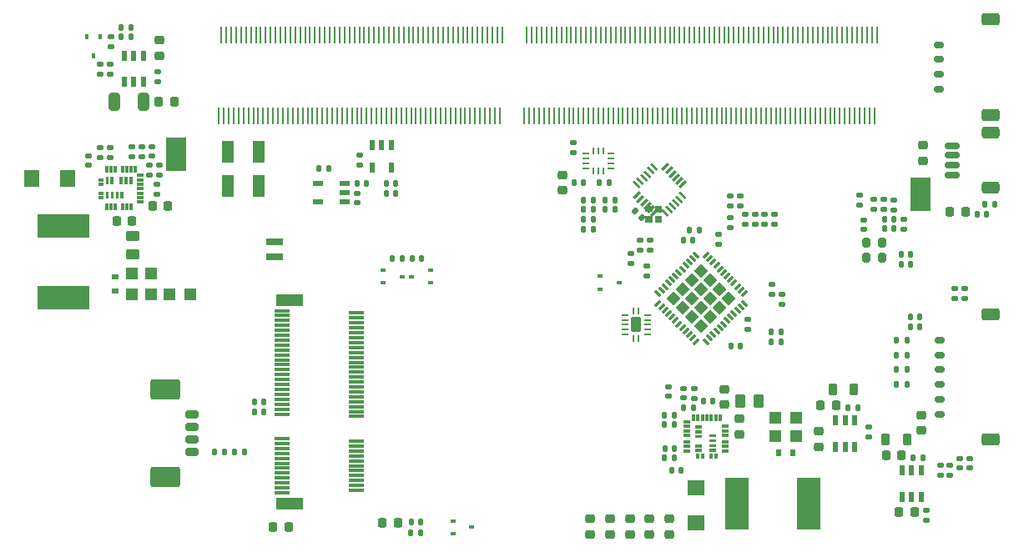
<source format=gtp>
G04 #@! TF.GenerationSoftware,KiCad,Pcbnew,(6.0.8-1)-1*
G04 #@! TF.CreationDate,2022-10-18T17:53:05-07:00*
G04 #@! TF.ProjectId,CRMHJN_capable_carrier,43524d48-4a4e-45f6-9361-7061626c655f,rev?*
G04 #@! TF.SameCoordinates,Original*
G04 #@! TF.FileFunction,Paste,Top*
G04 #@! TF.FilePolarity,Positive*
%FSLAX46Y46*%
G04 Gerber Fmt 4.6, Leading zero omitted, Abs format (unit mm)*
G04 Created by KiCad (PCBNEW (6.0.8-1)-1) date 2022-10-18 17:53:05*
%MOMM*%
%LPD*%
G01*
G04 APERTURE LIST*
G04 Aperture macros list*
%AMRoundRect*
0 Rectangle with rounded corners*
0 $1 Rounding radius*
0 $2 $3 $4 $5 $6 $7 $8 $9 X,Y pos of 4 corners*
0 Add a 4 corners polygon primitive as box body*
4,1,4,$2,$3,$4,$5,$6,$7,$8,$9,$2,$3,0*
0 Add four circle primitives for the rounded corners*
1,1,$1+$1,$2,$3*
1,1,$1+$1,$4,$5*
1,1,$1+$1,$6,$7*
1,1,$1+$1,$8,$9*
0 Add four rect primitives between the rounded corners*
20,1,$1+$1,$2,$3,$4,$5,0*
20,1,$1+$1,$4,$5,$6,$7,0*
20,1,$1+$1,$6,$7,$8,$9,0*
20,1,$1+$1,$8,$9,$2,$3,0*%
%AMRotRect*
0 Rectangle, with rotation*
0 The origin of the aperture is its center*
0 $1 length*
0 $2 width*
0 $3 Rotation angle, in degrees counterclockwise*
0 Add horizontal line*
21,1,$1,$2,0,0,$3*%
G04 Aperture macros list end*
%ADD10RoundRect,0.135000X-0.185000X0.135000X-0.185000X-0.135000X0.185000X-0.135000X0.185000X0.135000X0*%
%ADD11RoundRect,0.218750X0.256250X-0.218750X0.256250X0.218750X-0.256250X0.218750X-0.256250X-0.218750X0*%
%ADD12RoundRect,0.135000X0.135000X0.185000X-0.135000X0.185000X-0.135000X-0.185000X0.135000X-0.185000X0*%
%ADD13RoundRect,0.135000X0.185000X-0.135000X0.185000X0.135000X-0.185000X0.135000X-0.185000X-0.135000X0*%
%ADD14RoundRect,0.218750X-0.218750X-0.256250X0.218750X-0.256250X0.218750X0.256250X-0.218750X0.256250X0*%
%ADD15RoundRect,0.140000X-0.140000X-0.170000X0.140000X-0.170000X0.140000X0.170000X-0.140000X0.170000X0*%
%ADD16RoundRect,0.147500X0.172500X-0.147500X0.172500X0.147500X-0.172500X0.147500X-0.172500X-0.147500X0*%
%ADD17RoundRect,0.135000X-0.135000X-0.185000X0.135000X-0.185000X0.135000X0.185000X-0.135000X0.185000X0*%
%ADD18RoundRect,0.218750X0.218750X0.381250X-0.218750X0.381250X-0.218750X-0.381250X0.218750X-0.381250X0*%
%ADD19RoundRect,0.147500X-0.147500X-0.172500X0.147500X-0.172500X0.147500X0.172500X-0.147500X0.172500X0*%
%ADD20RoundRect,0.225000X0.250000X-0.225000X0.250000X0.225000X-0.250000X0.225000X-0.250000X-0.225000X0*%
%ADD21R,0.300000X0.550000*%
%ADD22R,0.725000X0.300000*%
%ADD23R,0.300000X0.725000*%
%ADD24R,0.400000X0.500000*%
%ADD25R,0.550000X0.300000*%
%ADD26RoundRect,0.147500X0.147500X0.172500X-0.147500X0.172500X-0.147500X-0.172500X0.147500X-0.172500X0*%
%ADD27RoundRect,0.225000X-0.225000X-0.250000X0.225000X-0.250000X0.225000X0.250000X-0.225000X0.250000X0*%
%ADD28R,0.800000X0.600000*%
%ADD29R,1.200000X1.200000*%
%ADD30R,0.550000X1.000000*%
%ADD31RoundRect,0.200000X-0.450000X0.200000X-0.450000X-0.200000X0.450000X-0.200000X0.450000X0.200000X0*%
%ADD32RoundRect,0.250001X-1.249999X0.799999X-1.249999X-0.799999X1.249999X-0.799999X1.249999X0.799999X0*%
%ADD33R,1.500000X1.800000*%
%ADD34RoundRect,0.140000X0.170000X-0.140000X0.170000X0.140000X-0.170000X0.140000X-0.170000X-0.140000X0*%
%ADD35RotRect,0.900000X0.240000X135.000000*%
%ADD36RotRect,0.240000X0.900000X135.000000*%
%ADD37RoundRect,0.250000X-0.450000X0.262500X-0.450000X-0.262500X0.450000X-0.262500X0.450000X0.262500X0*%
%ADD38RoundRect,0.225000X0.225000X0.250000X-0.225000X0.250000X-0.225000X-0.250000X0.225000X-0.250000X0*%
%ADD39RoundRect,0.250000X-0.325000X-0.650000X0.325000X-0.650000X0.325000X0.650000X-0.325000X0.650000X0*%
%ADD40R,1.800000X0.750000*%
%ADD41RoundRect,0.200000X-0.200000X-0.275000X0.200000X-0.275000X0.200000X0.275000X-0.200000X0.275000X0*%
%ADD42RoundRect,0.250000X-0.262500X-0.450000X0.262500X-0.450000X0.262500X0.450000X-0.262500X0.450000X0*%
%ADD43RoundRect,0.147500X-0.172500X0.147500X-0.172500X-0.147500X0.172500X-0.147500X0.172500X0.147500X0*%
%ADD44RoundRect,0.140000X-0.170000X0.140000X-0.170000X-0.140000X0.170000X-0.140000X0.170000X0.140000X0*%
%ADD45R,5.335000X2.413000*%
%ADD46RoundRect,0.050000X0.075000X0.250000X-0.075000X0.250000X-0.075000X-0.250000X0.075000X-0.250000X0*%
%ADD47RoundRect,0.050000X0.250000X-0.075000X0.250000X0.075000X-0.250000X0.075000X-0.250000X-0.075000X0*%
%ADD48RoundRect,0.050000X-0.450000X-0.700000X0.450000X-0.700000X0.450000X0.700000X-0.450000X0.700000X0*%
%ADD49RoundRect,0.225000X-0.250000X0.225000X-0.250000X-0.225000X0.250000X-0.225000X0.250000X0.225000X0*%
%ADD50RoundRect,0.140000X0.140000X0.170000X-0.140000X0.170000X-0.140000X-0.170000X0.140000X-0.170000X0*%
%ADD51RoundRect,0.218750X-0.218750X-0.381250X0.218750X-0.381250X0.218750X0.381250X-0.218750X0.381250X0*%
%ADD52RoundRect,0.218750X0.218750X0.256250X-0.218750X0.256250X-0.218750X-0.256250X0.218750X-0.256250X0*%
%ADD53R,2.413000X5.335000*%
%ADD54R,1.000000X0.550000*%
%ADD55RoundRect,0.250000X-0.403051X0.000000X0.000000X-0.403051X0.403051X0.000000X0.000000X0.403051X0*%
%ADD56RoundRect,0.062500X-0.282843X0.194454X0.194454X-0.282843X0.282843X-0.194454X-0.194454X0.282843X0*%
%ADD57RoundRect,0.062500X-0.282843X-0.194454X-0.194454X-0.282843X0.282843X0.194454X0.194454X0.282843X0*%
%ADD58R,0.500000X0.400000*%
%ADD59RoundRect,0.150000X0.625000X-0.150000X0.625000X0.150000X-0.625000X0.150000X-0.625000X-0.150000X0*%
%ADD60RoundRect,0.250000X0.650000X-0.350000X0.650000X0.350000X-0.650000X0.350000X-0.650000X-0.350000X0*%
%ADD61RoundRect,0.147500X-0.226274X-0.017678X-0.017678X-0.226274X0.226274X0.017678X0.017678X0.226274X0*%
%ADD62R,0.210000X1.660000*%
%ADD63R,2.000000X3.500000*%
%ADD64R,0.600000X0.800000*%
%ADD65R,1.200000X2.200000*%
%ADD66R,1.550000X0.300000*%
%ADD67R,2.750000X1.200000*%
%ADD68RoundRect,0.218750X-0.256250X0.218750X-0.256250X-0.218750X0.256250X-0.218750X0.256250X0.218750X0*%
%ADD69RoundRect,0.150000X0.350000X-0.150000X0.350000X0.150000X-0.350000X0.150000X-0.350000X-0.150000X0*%
%ADD70RoundRect,0.250000X0.650000X-0.375000X0.650000X0.375000X-0.650000X0.375000X-0.650000X-0.375000X0*%
%ADD71R,0.600000X1.000000*%
%ADD72R,0.675000X0.250000*%
%ADD73R,0.250000X0.675000*%
%ADD74R,1.800000X1.500000*%
G04 APERTURE END LIST*
G36*
X21550000Y-28200000D02*
G01*
X21250000Y-28200000D01*
X21250000Y-28900000D01*
X21550000Y-28900000D01*
X21550000Y-28200000D01*
G37*
G36*
X74600000Y-31100000D02*
G01*
X75300000Y-31100000D01*
X75300000Y-31750000D01*
X74600000Y-31750000D01*
X74600000Y-31100000D01*
G37*
G36*
X20600000Y-28200000D02*
G01*
X20300000Y-28200000D01*
X20300000Y-28900000D01*
X20600000Y-28900000D01*
X20600000Y-28200000D01*
G37*
G36*
X22550000Y-28200000D02*
G01*
X22250000Y-28200000D01*
X22250000Y-28900000D01*
X22550000Y-28900000D01*
X22550000Y-28200000D01*
G37*
G36*
X81100000Y-55800000D02*
G01*
X81800000Y-55800000D01*
X81800000Y-56100000D01*
X81100000Y-56100000D01*
X81100000Y-55800000D01*
G37*
G36*
X79650000Y-54400000D02*
G01*
X80350000Y-54400000D01*
X80350000Y-54700000D01*
X79650000Y-54700000D01*
X79650000Y-54400000D01*
G37*
G36*
X79650000Y-55800000D02*
G01*
X80350000Y-55800000D01*
X80350000Y-56100000D01*
X79650000Y-56100000D01*
X79650000Y-55800000D01*
G37*
G36*
X20150000Y-28200000D02*
G01*
X19850000Y-28200000D01*
X19850000Y-28900000D01*
X20150000Y-28900000D01*
X20150000Y-28200000D01*
G37*
G36*
X79650000Y-55350000D02*
G01*
X80350000Y-55350000D01*
X80350000Y-55650000D01*
X79650000Y-55650000D01*
X79650000Y-55350000D01*
G37*
G36*
X81100000Y-54300000D02*
G01*
X81800000Y-54300000D01*
X81800000Y-54600000D01*
X81100000Y-54600000D01*
X81100000Y-54300000D01*
G37*
G36*
X21650000Y-29650000D02*
G01*
X21350000Y-29650000D01*
X21350000Y-30350000D01*
X21650000Y-30350000D01*
X21650000Y-29650000D01*
G37*
G36*
X20650000Y-29650000D02*
G01*
X20350000Y-29650000D01*
X20350000Y-30350000D01*
X20650000Y-30350000D01*
X20650000Y-29650000D01*
G37*
G36*
X20150000Y-29650000D02*
G01*
X19850000Y-29650000D01*
X19850000Y-30350000D01*
X20150000Y-30350000D01*
X20150000Y-29650000D01*
G37*
G36*
X79650000Y-53400000D02*
G01*
X80350000Y-53400000D01*
X80350000Y-53700000D01*
X79650000Y-53700000D01*
X79650000Y-53400000D01*
G37*
G36*
X79650000Y-53900000D02*
G01*
X80350000Y-53900000D01*
X80350000Y-54200000D01*
X79650000Y-54200000D01*
X79650000Y-53900000D01*
G37*
G36*
X81100000Y-54800000D02*
G01*
X81800000Y-54800000D01*
X81800000Y-55100000D01*
X81100000Y-55100000D01*
X81100000Y-54800000D01*
G37*
G36*
X21150000Y-29650000D02*
G01*
X20850000Y-29650000D01*
X20850000Y-30350000D01*
X21150000Y-30350000D01*
X21150000Y-29650000D01*
G37*
G36*
X81100000Y-55300000D02*
G01*
X81800000Y-55300000D01*
X81800000Y-55600000D01*
X81100000Y-55600000D01*
X81100000Y-55300000D01*
G37*
G36*
X75600000Y-32175000D02*
G01*
X76300000Y-32175000D01*
X76300000Y-32825000D01*
X75600000Y-32825000D01*
X75600000Y-32175000D01*
G37*
G36*
X74600000Y-32150000D02*
G01*
X75300000Y-32150000D01*
X75300000Y-32800000D01*
X74600000Y-32800000D01*
X74600000Y-32150000D01*
G37*
G36*
X22050000Y-28200000D02*
G01*
X21750000Y-28200000D01*
X21750000Y-28900000D01*
X22050000Y-28900000D01*
X22050000Y-28200000D01*
G37*
G36*
X75600000Y-31125000D02*
G01*
X76300000Y-31125000D01*
X76300000Y-31775000D01*
X75600000Y-31775000D01*
X75600000Y-31125000D01*
G37*
D10*
G04 #@! TO.C,R37*
X20300000Y-16740000D03*
X20300000Y-17760000D03*
G04 #@! TD*
D11*
G04 #@! TO.C,NVME1*
X69000000Y-64487500D03*
X69000000Y-62912500D03*
G04 #@! TD*
D12*
G04 #@! TO.C,R122*
X80085000Y-33600000D03*
X79065000Y-33600000D03*
G04 #@! TD*
D13*
G04 #@! TO.C,R118*
X98750000Y-31505000D03*
X98750000Y-30485000D03*
G04 #@! TD*
D14*
G04 #@! TO.C,F2*
X36812500Y-63700000D03*
X38387500Y-63700000D03*
G04 #@! TD*
D12*
G04 #@! TO.C,R164*
X101110000Y-44750000D03*
X100090000Y-44750000D03*
G04 #@! TD*
D15*
G04 #@! TO.C,C67*
X78420000Y-34560000D03*
X79380000Y-34560000D03*
G04 #@! TD*
D16*
G04 #@! TO.C,R18*
X96785000Y-33530000D03*
X96785000Y-32560000D03*
G04 #@! TD*
D17*
G04 #@! TO.C,R58*
X76540000Y-56725000D03*
X77560000Y-56725000D03*
G04 #@! TD*
D13*
G04 #@! TO.C,R49*
X103100000Y-63010000D03*
X103100000Y-61990000D03*
G04 #@! TD*
D17*
G04 #@! TO.C,R137*
X50785000Y-64295000D03*
X51805000Y-64295000D03*
G04 #@! TD*
D13*
G04 #@! TO.C,R106*
X99760000Y-31510000D03*
X99760000Y-30490000D03*
G04 #@! TD*
D18*
G04 #@! TO.C,L7*
X101112500Y-54800000D03*
X98987500Y-54800000D03*
G04 #@! TD*
D12*
G04 #@! TO.C,R50*
X96120000Y-51640000D03*
X95100000Y-51640000D03*
G04 #@! TD*
D19*
G04 #@! TO.C,R29*
X101465000Y-42400000D03*
X102435000Y-42400000D03*
G04 #@! TD*
D20*
G04 #@! TO.C,C43*
X82650000Y-51300000D03*
X82650000Y-49750000D03*
G04 #@! TD*
D21*
G04 #@! TO.C,U2*
X79925000Y-56550000D03*
X80375000Y-56550000D03*
X81275000Y-56550000D03*
X81725000Y-56550000D03*
D22*
X82687500Y-56000000D03*
X82687500Y-55550000D03*
X82687500Y-55100000D03*
X82687500Y-54400000D03*
X82687500Y-53950000D03*
X82687500Y-53500000D03*
D23*
X82175000Y-52587500D03*
X81725000Y-52587500D03*
X81275000Y-52587500D03*
X80825000Y-52587500D03*
X80375000Y-52587500D03*
X79925000Y-52587500D03*
X79475000Y-52587500D03*
D22*
X78812500Y-53050000D03*
X78812500Y-53500000D03*
X78812500Y-53950000D03*
X78812500Y-54400000D03*
X78812500Y-55100000D03*
X78812500Y-55550000D03*
X78812500Y-56000000D03*
G04 #@! TD*
D24*
G04 #@! TO.C,Q4*
X19250000Y-13950000D03*
X17950000Y-13950000D03*
X18600000Y-15850000D03*
G04 #@! TD*
D17*
G04 #@! TO.C,R62*
X78440000Y-51625000D03*
X79460000Y-51625000D03*
G04 #@! TD*
D25*
G04 #@! TO.C,U1*
X19375000Y-28475000D03*
X19375000Y-28925000D03*
X19375000Y-29825000D03*
X19375000Y-30275000D03*
D23*
X19925000Y-31237500D03*
X20375000Y-31237500D03*
X20825000Y-31237500D03*
X21525000Y-31237500D03*
X21975000Y-31237500D03*
X22425000Y-31237500D03*
D22*
X23337500Y-30725000D03*
X23337500Y-30275000D03*
X23337500Y-29825000D03*
X23337500Y-29375000D03*
X23337500Y-28925000D03*
X23337500Y-28475000D03*
X23337500Y-28025000D03*
D23*
X22875000Y-27362500D03*
X22425000Y-27362500D03*
X21975000Y-27362500D03*
X21525000Y-27362500D03*
X20825000Y-27362500D03*
X20375000Y-27362500D03*
X19925000Y-27362500D03*
G04 #@! TD*
D17*
G04 #@! TO.C,R100*
X21395000Y-12995000D03*
X22415000Y-12995000D03*
G04 #@! TD*
D19*
G04 #@! TO.C,R34*
X68320214Y-31499293D03*
X69290214Y-31499293D03*
G04 #@! TD*
D26*
G04 #@! TO.C,R102*
X109235000Y-31950000D03*
X108265000Y-31950000D03*
G04 #@! TD*
D11*
G04 #@! TO.C,D7*
X77000000Y-64487500D03*
X77000000Y-62912500D03*
G04 #@! TD*
D13*
G04 #@! TO.C,R121*
X83225000Y-33335000D03*
X83225000Y-32315000D03*
G04 #@! TD*
D10*
G04 #@! TO.C,R158*
X74750000Y-37190000D03*
X74750000Y-38210000D03*
G04 #@! TD*
D13*
G04 #@! TO.C,R39*
X25080000Y-18475000D03*
X25080000Y-17455000D03*
G04 #@! TD*
D27*
G04 #@! TO.C,C35*
X100325000Y-62200000D03*
X101875000Y-62200000D03*
G04 #@! TD*
D28*
G04 #@! TO.C,C81*
X20766600Y-39743990D03*
X20766600Y-38343990D03*
G04 #@! TD*
D29*
G04 #@! TO.C,C64*
X24416600Y-40068990D03*
X24416600Y-37968990D03*
G04 #@! TD*
D30*
G04 #@! TO.C,IC2*
X93900000Y-55600000D03*
X94850000Y-55600000D03*
X95800000Y-55600000D03*
X95800000Y-52900000D03*
X94850000Y-52900000D03*
X93900000Y-52900000D03*
G04 #@! TD*
D19*
G04 #@! TO.C,R5*
X50915000Y-36450000D03*
X51885000Y-36450000D03*
G04 #@! TD*
D12*
G04 #@! TO.C,R166*
X101110000Y-47750000D03*
X100090000Y-47750000D03*
G04 #@! TD*
D13*
G04 #@! TO.C,R143*
X84250000Y-31135000D03*
X84250000Y-30115000D03*
G04 #@! TD*
D19*
G04 #@! TO.C,R35*
X68320214Y-30508293D03*
X69290214Y-30508293D03*
G04 #@! TD*
D31*
G04 #@! TO.C,J12*
X28600000Y-52325000D03*
X28600000Y-53575000D03*
X28600000Y-54825000D03*
X28600000Y-56075000D03*
D32*
X25850000Y-58625000D03*
X25850000Y-49775000D03*
G04 #@! TD*
D30*
G04 #@! TO.C,IC1*
X23650000Y-15850000D03*
X22700000Y-15850000D03*
X21750000Y-15850000D03*
X21750000Y-18550000D03*
X22700000Y-18550000D03*
X23650000Y-18550000D03*
G04 #@! TD*
D33*
G04 #@! TO.C,C17*
X15941600Y-28293990D03*
X12341600Y-28293990D03*
G04 #@! TD*
D17*
G04 #@! TO.C,R56*
X76540000Y-53325000D03*
X77560000Y-53325000D03*
G04 #@! TD*
D16*
G04 #@! TO.C,R54*
X76925000Y-50435000D03*
X76925000Y-49465000D03*
G04 #@! TD*
D34*
G04 #@! TO.C,C56*
X18100000Y-26980000D03*
X18100000Y-26020000D03*
G04 #@! TD*
D35*
G04 #@! TO.C,U4*
X76638399Y-31826146D03*
X76991953Y-31472593D03*
X77345506Y-31119040D03*
X77699060Y-30765486D03*
X78052613Y-30411933D03*
X78406166Y-30058379D03*
D36*
X78406166Y-28927009D03*
X78052613Y-28573455D03*
X77699060Y-28219902D03*
X77345506Y-27866348D03*
X76991953Y-27512795D03*
X76638399Y-27159242D03*
D35*
X75507029Y-27159242D03*
X75153475Y-27512795D03*
X74799922Y-27866348D03*
X74446368Y-28219902D03*
X74092815Y-28573455D03*
X73739262Y-28927009D03*
D36*
X73739262Y-30058379D03*
X74092815Y-30411933D03*
X74446368Y-30765486D03*
X74799922Y-31119040D03*
X75153475Y-31472593D03*
X75507029Y-31826146D03*
G04 #@! TD*
D37*
G04 #@! TO.C,R94*
X22558400Y-34168510D03*
X22558400Y-35993510D03*
G04 #@! TD*
D16*
G04 #@! TO.C,C60*
X45350000Y-30785000D03*
X45350000Y-29815000D03*
G04 #@! TD*
D38*
G04 #@! TO.C,C39*
X93925000Y-51370000D03*
X92375000Y-51370000D03*
G04 #@! TD*
D10*
G04 #@! TO.C,R20*
X23500000Y-25090000D03*
X23500000Y-26110000D03*
G04 #@! TD*
D20*
G04 #@! TO.C,C31*
X25322960Y-15863380D03*
X25322960Y-14313380D03*
G04 #@! TD*
D10*
G04 #@! TO.C,R89*
X19300000Y-25190000D03*
X19300000Y-26210000D03*
G04 #@! TD*
D13*
G04 #@! TO.C,R38*
X19300000Y-17760000D03*
X19300000Y-16740000D03*
G04 #@! TD*
D39*
G04 #@! TO.C,C32*
X20725000Y-20500000D03*
X23675000Y-20500000D03*
G04 #@! TD*
D19*
G04 #@! TO.C,R33*
X101465000Y-43400000D03*
X102435000Y-43400000D03*
G04 #@! TD*
D17*
G04 #@! TO.C,R55*
X76540000Y-52345000D03*
X77560000Y-52345000D03*
G04 #@! TD*
D40*
G04 #@! TO.C,BAT1*
X36958400Y-34756010D03*
X36958400Y-36256010D03*
G04 #@! TD*
D10*
G04 #@! TO.C,R147*
X73085000Y-35985000D03*
X73085000Y-37005000D03*
G04 #@! TD*
D29*
G04 #@! TO.C,C59*
X22491600Y-40068990D03*
X22491600Y-37968990D03*
G04 #@! TD*
D26*
G04 #@! TO.C,R21*
X101485000Y-36000000D03*
X100515000Y-36000000D03*
G04 #@! TD*
D11*
G04 #@! TO.C,BOOT1*
X73000000Y-64487500D03*
X73000000Y-62912500D03*
G04 #@! TD*
D10*
G04 #@! TO.C,R154*
X84700000Y-31990000D03*
X84700000Y-33010000D03*
G04 #@! TD*
D41*
G04 #@! TO.C,R12*
X96975000Y-36350000D03*
X98625000Y-36350000D03*
G04 #@! TD*
D12*
G04 #@! TO.C,R167*
X101110000Y-49250000D03*
X100090000Y-49250000D03*
G04 #@! TD*
D13*
G04 #@! TO.C,R125*
X82025000Y-35060000D03*
X82025000Y-34040000D03*
G04 #@! TD*
D42*
G04 #@! TO.C,R61*
X84237500Y-50925000D03*
X86062500Y-50925000D03*
G04 #@! TD*
D19*
G04 #@! TO.C,R10*
X68315000Y-33500000D03*
X69285000Y-33500000D03*
G04 #@! TD*
D43*
G04 #@! TO.C,C36*
X45650000Y-25995952D03*
X45650000Y-26965952D03*
G04 #@! TD*
D10*
G04 #@! TO.C,R109*
X106000000Y-39490000D03*
X106000000Y-40510000D03*
G04 #@! TD*
D44*
G04 #@! TO.C,C83*
X24500000Y-25120000D03*
X24500000Y-26080000D03*
G04 #@! TD*
D19*
G04 #@! TO.C,C65*
X41465000Y-27350000D03*
X42435000Y-27350000D03*
G04 #@! TD*
D12*
G04 #@! TO.C,R51*
X102780000Y-56690000D03*
X101760000Y-56690000D03*
G04 #@! TD*
D45*
G04 #@! TO.C,L4*
X15591600Y-33174490D03*
X15591600Y-40413490D03*
G04 #@! TD*
D19*
G04 #@! TO.C,C1*
X34915000Y-52000000D03*
X35885000Y-52000000D03*
G04 #@! TD*
G04 #@! TO.C,C15*
X67365000Y-28765000D03*
X68335000Y-28765000D03*
G04 #@! TD*
D12*
G04 #@! TO.C,R165*
X101110000Y-46250000D03*
X100090000Y-46250000D03*
G04 #@! TD*
D13*
G04 #@! TO.C,R108*
X105500000Y-58510000D03*
X105500000Y-57490000D03*
G04 #@! TD*
D46*
G04 #@! TO.C,U14*
X73398200Y-41785800D03*
D47*
X72498200Y-42185800D03*
X72498200Y-42685800D03*
X72498200Y-43185800D03*
X72498200Y-43685800D03*
X72498200Y-44185800D03*
D46*
X73398200Y-44585800D03*
X73898200Y-44585800D03*
D47*
X74798200Y-44185800D03*
X74798200Y-43685800D03*
X74798200Y-43185800D03*
X74798200Y-42685800D03*
X74798200Y-42185800D03*
D46*
X73898200Y-41785800D03*
D48*
X73648200Y-43185800D03*
G04 #@! TD*
D44*
G04 #@! TO.C,C84*
X25075000Y-28945000D03*
X25075000Y-29905000D03*
G04 #@! TD*
D14*
G04 #@! TO.C,L2*
X25212500Y-20500000D03*
X26787500Y-20500000D03*
G04 #@! TD*
D13*
G04 #@! TO.C,R107*
X104500000Y-58510000D03*
X104500000Y-57490000D03*
G04 #@! TD*
D49*
G04 #@! TO.C,C89*
X66150000Y-27975000D03*
X66150000Y-29525000D03*
G04 #@! TD*
D10*
G04 #@! TO.C,R110*
X107000000Y-39490000D03*
X107000000Y-40510000D03*
G04 #@! TD*
D50*
G04 #@! TO.C,C79*
X84215000Y-45380000D03*
X83255000Y-45380000D03*
G04 #@! TD*
D10*
G04 #@! TO.C,R138*
X87475000Y-39105000D03*
X87475000Y-40125000D03*
G04 #@! TD*
D16*
G04 #@! TO.C,R27*
X106500000Y-57735000D03*
X106500000Y-56765000D03*
G04 #@! TD*
D20*
G04 #@! TO.C,C34*
X92150000Y-55575000D03*
X92150000Y-54025000D03*
G04 #@! TD*
D26*
G04 #@! TO.C,R57*
X71500014Y-31499293D03*
X70530014Y-31499293D03*
G04 #@! TD*
D29*
G04 #@! TO.C,FB2*
X26291600Y-40093990D03*
X28391600Y-40093990D03*
G04 #@! TD*
G04 #@! TO.C,C21*
X89900000Y-54525000D03*
X87800000Y-54525000D03*
G04 #@! TD*
D51*
G04 #@! TO.C,L6*
X93587500Y-49750000D03*
X95712500Y-49750000D03*
G04 #@! TD*
D52*
G04 #@! TO.C,F1*
X107037500Y-31675000D03*
X105462500Y-31675000D03*
G04 #@! TD*
D11*
G04 #@! TO.C,D6*
X75000000Y-64487500D03*
X75000000Y-62912500D03*
G04 #@! TD*
D53*
G04 #@! TO.C,L1*
X83880500Y-61325000D03*
X91119500Y-61325000D03*
G04 #@! TD*
D54*
G04 #@! TO.C,IC4*
X44046010Y-30701600D03*
X44046010Y-29751600D03*
X44046010Y-28801600D03*
X41346010Y-28801600D03*
X41346010Y-30701600D03*
G04 #@! TD*
D10*
G04 #@! TO.C,R127*
X85700000Y-31990000D03*
X85700000Y-33010000D03*
G04 #@! TD*
D13*
G04 #@! TO.C,R105*
X100850000Y-33460000D03*
X100850000Y-32440000D03*
G04 #@! TD*
D29*
G04 #@! TO.C,C20*
X89900000Y-52625000D03*
X87800000Y-52625000D03*
G04 #@! TD*
D16*
G04 #@! TO.C,R28*
X107500000Y-57735000D03*
X107500000Y-56765000D03*
G04 #@! TD*
D10*
G04 #@! TO.C,R32*
X20400000Y-13940000D03*
X20400000Y-14960000D03*
G04 #@! TD*
D44*
G04 #@! TO.C,C28*
X78475000Y-49670000D03*
X78475000Y-50630000D03*
G04 #@! TD*
D12*
G04 #@! TO.C,R101*
X22405000Y-13965000D03*
X21385000Y-13965000D03*
G04 #@! TD*
D19*
G04 #@! TO.C,C14*
X69940000Y-28775000D03*
X70910000Y-28775000D03*
G04 #@! TD*
G04 #@! TO.C,R11*
X68315000Y-32500000D03*
X69285000Y-32500000D03*
G04 #@! TD*
G04 #@! TO.C,R30*
X48300000Y-29829048D03*
X49270000Y-29829048D03*
G04 #@! TD*
D55*
G04 #@! TO.C,U11*
X78383238Y-41433381D03*
X81183381Y-40500000D03*
X82116762Y-41433381D03*
X80250000Y-39566619D03*
X78383238Y-39566619D03*
X81183381Y-42366762D03*
X79316619Y-40500000D03*
X80250000Y-37699857D03*
X83050143Y-40500000D03*
X79316619Y-38633238D03*
X81183381Y-38633238D03*
X82116762Y-39566619D03*
X80250000Y-43300143D03*
X80250000Y-41433381D03*
X79316619Y-42366762D03*
X77449857Y-40500000D03*
D56*
X79755025Y-36115938D03*
X79401472Y-36469491D03*
X79047918Y-36823045D03*
X78694365Y-37176598D03*
X78340812Y-37530152D03*
X77987258Y-37883705D03*
X77633705Y-38237258D03*
X77280152Y-38590812D03*
X76926598Y-38944365D03*
X76573045Y-39297918D03*
X76219491Y-39651472D03*
X75865938Y-40005025D03*
D57*
X75865938Y-40994975D03*
X76219491Y-41348528D03*
X76573045Y-41702082D03*
X76926598Y-42055635D03*
X77280152Y-42409188D03*
X77633705Y-42762742D03*
X77987258Y-43116295D03*
X78340812Y-43469848D03*
X78694365Y-43823402D03*
X79047918Y-44176955D03*
X79401472Y-44530509D03*
X79755025Y-44884062D03*
D56*
X80744975Y-44884062D03*
X81098528Y-44530509D03*
X81452082Y-44176955D03*
X81805635Y-43823402D03*
X82159188Y-43469848D03*
X82512742Y-43116295D03*
X82866295Y-42762742D03*
X83219848Y-42409188D03*
X83573402Y-42055635D03*
X83926955Y-41702082D03*
X84280509Y-41348528D03*
X84634062Y-40994975D03*
D57*
X84634062Y-40005025D03*
X84280509Y-39651472D03*
X83926955Y-39297918D03*
X83573402Y-38944365D03*
X83219848Y-38590812D03*
X82866295Y-38237258D03*
X82512742Y-37883705D03*
X82159188Y-37530152D03*
X81805635Y-37176598D03*
X81452082Y-36823045D03*
X81098528Y-36469491D03*
X80744975Y-36115938D03*
G04 #@! TD*
D58*
G04 #@! TO.C,Q2*
X52800000Y-38950000D03*
X52800000Y-37650000D03*
X50900000Y-38300000D03*
G04 #@! TD*
D59*
G04 #@! TO.C,J15*
X105750000Y-28000000D03*
X105750000Y-27000000D03*
X105750000Y-26000000D03*
X105750000Y-25000000D03*
D60*
X109625000Y-23700000D03*
X109625000Y-29300000D03*
G04 #@! TD*
D19*
G04 #@! TO.C,R26*
X48315000Y-28819048D03*
X49285000Y-28819048D03*
G04 #@! TD*
D61*
G04 #@! TO.C,C9*
X73520624Y-31592518D03*
X74206518Y-32278412D03*
G04 #@! TD*
D10*
G04 #@! TO.C,R111*
X75050000Y-34565000D03*
X75050000Y-35585000D03*
G04 #@! TD*
D62*
G04 #@! TO.C,M1*
X98068620Y-13800000D03*
X97818620Y-22000000D03*
X97568620Y-13800000D03*
X97318620Y-22000000D03*
X97068630Y-13800000D03*
X96818630Y-22000000D03*
X96568630Y-13800000D03*
X96318630Y-22000000D03*
X96068630Y-13800000D03*
X95818630Y-22000000D03*
X95568630Y-13800000D03*
X95318630Y-22000000D03*
X95068630Y-13800000D03*
X94818630Y-22000000D03*
X94568640Y-13800000D03*
X94318640Y-22000000D03*
X94068640Y-13800000D03*
X93818640Y-22000000D03*
X93568640Y-13800000D03*
X93318640Y-22000000D03*
X93068640Y-13800000D03*
X92818640Y-22000000D03*
X92568640Y-13800000D03*
X92318640Y-22000000D03*
X92068630Y-13800000D03*
X91818630Y-22000000D03*
X91568630Y-13800000D03*
X91318630Y-22000000D03*
X91068600Y-13800000D03*
X90818600Y-22000000D03*
X90568600Y-13800000D03*
X90318600Y-22000000D03*
X90068610Y-13800000D03*
X89818610Y-22000000D03*
X89568610Y-13800000D03*
X89318610Y-22000000D03*
X89068610Y-13800000D03*
X88818610Y-22000000D03*
X88568610Y-13800000D03*
X88318610Y-22000000D03*
X88068610Y-13800000D03*
X87818610Y-22000000D03*
X87568600Y-13800000D03*
X87318600Y-22000000D03*
X87068600Y-13800000D03*
X86818600Y-22000000D03*
X86568600Y-13800000D03*
X86318610Y-22000000D03*
X86068610Y-13800000D03*
X85818610Y-22000000D03*
X85568600Y-13800000D03*
X85318600Y-22000000D03*
X85068610Y-13800000D03*
X84818610Y-22000000D03*
X84568610Y-13800000D03*
X84318610Y-22000000D03*
X84068590Y-13800000D03*
X83818610Y-22000000D03*
X83568600Y-13800000D03*
X83318610Y-22000000D03*
X83068600Y-13800000D03*
X82818600Y-22000000D03*
X82568610Y-13800000D03*
X82318610Y-22000000D03*
X82068600Y-13800000D03*
X81818600Y-22000000D03*
X81568600Y-13800000D03*
X81318610Y-22000000D03*
X81068600Y-13800000D03*
X80818600Y-22000000D03*
X80568590Y-13800000D03*
X80318600Y-22000000D03*
X80068600Y-13800000D03*
X79818600Y-22000000D03*
X79568600Y-13800000D03*
X79318600Y-22000000D03*
X79068600Y-13800000D03*
X78818600Y-22000000D03*
X78568600Y-13800000D03*
X78318600Y-22000000D03*
X78068600Y-13800000D03*
X77818600Y-22000000D03*
X77568600Y-13800000D03*
X77318600Y-22000000D03*
X77068600Y-13800000D03*
X76818600Y-22000000D03*
X76568600Y-13800000D03*
X76318600Y-22000000D03*
X76068600Y-13800000D03*
X75818600Y-22000000D03*
X75568600Y-13800000D03*
X75318600Y-22000000D03*
X75068600Y-13800000D03*
X74818600Y-22000000D03*
X74568600Y-13800000D03*
X74318600Y-22000000D03*
X74068600Y-13800000D03*
X73818600Y-22000000D03*
X73568600Y-13800000D03*
X73318600Y-22000000D03*
X73068600Y-13800000D03*
X72818600Y-22000000D03*
X72568600Y-13800000D03*
X72318600Y-22000000D03*
X72068600Y-13800000D03*
X71818600Y-22000000D03*
X71568600Y-13800000D03*
X71318600Y-22000000D03*
X71068600Y-13800000D03*
X70818600Y-22000000D03*
X70568600Y-13800000D03*
X70318600Y-22000000D03*
X70068600Y-13800000D03*
X69818600Y-22000000D03*
X69568600Y-13800000D03*
X69318600Y-22000000D03*
X69068600Y-13800000D03*
X68818600Y-22000000D03*
X68568600Y-13800000D03*
X68318600Y-22000000D03*
X68068600Y-13800000D03*
X67818600Y-22000000D03*
X67568600Y-13800000D03*
X67318600Y-22000000D03*
X67068600Y-13800000D03*
X66818600Y-22000000D03*
X66568600Y-13800000D03*
X66318600Y-22000000D03*
X66068600Y-13800000D03*
X65818600Y-22000000D03*
X65568600Y-13800000D03*
X65318600Y-22000000D03*
X65068590Y-13800000D03*
X64818600Y-22000000D03*
X64568600Y-13800000D03*
X64318600Y-22000000D03*
X64068590Y-13800000D03*
X63818590Y-22000000D03*
X63568600Y-13800000D03*
X63318600Y-22000000D03*
X63068590Y-13800000D03*
X62818590Y-22000000D03*
X62568590Y-13800000D03*
X62318600Y-22000000D03*
X60068600Y-13800000D03*
X59818610Y-22000000D03*
X59568600Y-13800000D03*
X59318600Y-22000000D03*
X59068610Y-13800000D03*
X58818610Y-22000000D03*
X58568610Y-13800000D03*
X58318610Y-22000000D03*
X58068610Y-13800000D03*
X57818610Y-22000000D03*
X57568610Y-13800000D03*
X57318610Y-22000000D03*
X57068610Y-13800000D03*
X56818610Y-22000000D03*
X56568600Y-13800000D03*
X56318600Y-22000000D03*
X56068600Y-13800000D03*
X55818600Y-22000000D03*
X55568610Y-13800000D03*
X55318610Y-22000000D03*
X55068610Y-13800000D03*
X54818610Y-22000000D03*
X54568610Y-13800000D03*
X54318610Y-22000000D03*
X54068610Y-13800000D03*
X53818610Y-22000000D03*
X53568610Y-13800000D03*
X53318610Y-22000000D03*
X53068600Y-13800000D03*
X52818610Y-22000000D03*
X52568600Y-13800000D03*
X52318610Y-22000000D03*
X52068610Y-13800000D03*
X51818610Y-22000000D03*
X51568610Y-13800000D03*
X51318610Y-22000000D03*
X51068600Y-13800000D03*
X50818610Y-22000000D03*
X50568610Y-13800000D03*
X50318610Y-22000000D03*
X50068600Y-13800000D03*
X49818600Y-22000000D03*
X49568600Y-13800000D03*
X49318610Y-22000000D03*
X49068600Y-13800000D03*
X48818600Y-22000000D03*
X48568600Y-13800000D03*
X48318610Y-22000000D03*
X48068600Y-13800000D03*
X47818600Y-22000000D03*
X47568600Y-13800000D03*
X47318600Y-22000000D03*
X47068600Y-13800000D03*
X46818600Y-22000000D03*
X46568600Y-13800000D03*
X46318600Y-22000000D03*
X46068600Y-13800000D03*
X45818600Y-22000000D03*
X45568600Y-13800000D03*
X45318600Y-22000000D03*
X45068600Y-13800000D03*
X44818600Y-22000000D03*
X44568600Y-13800000D03*
X44318600Y-22000000D03*
X44068600Y-13800000D03*
X43818600Y-22000000D03*
X43568600Y-13800000D03*
X43318600Y-22000000D03*
X43068600Y-13800000D03*
X42818600Y-22000000D03*
X42568600Y-13800000D03*
X42318600Y-22000000D03*
X42068600Y-13800000D03*
X41818600Y-22000000D03*
X41568600Y-13800000D03*
X41318600Y-22000000D03*
X41068600Y-13800000D03*
X40818600Y-22000000D03*
X40568600Y-13800000D03*
X40318600Y-22000000D03*
X40068600Y-13800000D03*
X39818600Y-22000000D03*
X39568600Y-13800000D03*
X39318600Y-22000000D03*
X39068600Y-13800000D03*
X38818600Y-22000000D03*
X38568600Y-13800000D03*
X38318600Y-22000000D03*
X38068600Y-13800000D03*
X37818600Y-22000000D03*
X37568600Y-13800000D03*
X37318600Y-22000000D03*
X37068600Y-13800000D03*
X36818600Y-22000000D03*
X36568600Y-13800000D03*
X36318600Y-22000000D03*
X36068600Y-13800000D03*
X35818600Y-22000000D03*
X35568600Y-13800000D03*
X35318600Y-22000000D03*
X35068600Y-13800000D03*
X34818600Y-22000000D03*
X34568600Y-13800000D03*
X34318600Y-22000000D03*
X34068600Y-13800000D03*
X33818600Y-22000000D03*
X33568600Y-13800000D03*
X33318600Y-22000000D03*
X33068600Y-13800000D03*
X32818600Y-22000000D03*
X32568600Y-13800000D03*
X32318600Y-22000000D03*
X32068590Y-13800000D03*
X31818600Y-22000000D03*
X31568600Y-13800000D03*
X31318600Y-22000000D03*
D63*
X26968600Y-25900010D03*
X102468600Y-29900010D03*
G04 #@! TD*
D58*
G04 #@! TO.C,Q1*
X48000000Y-37650000D03*
X48000000Y-38950000D03*
X49900000Y-38300000D03*
G04 #@! TD*
D34*
G04 #@! TO.C,C57*
X20300000Y-26180000D03*
X20300000Y-25220000D03*
G04 #@! TD*
D26*
G04 #@! TO.C,R23*
X101485000Y-37050000D03*
X100515000Y-37050000D03*
G04 #@! TD*
D12*
G04 #@! TO.C,R82*
X33920000Y-56100000D03*
X32900000Y-56100000D03*
G04 #@! TD*
D50*
G04 #@! TO.C,C33*
X51780000Y-63200000D03*
X50820000Y-63200000D03*
G04 #@! TD*
D64*
G04 #@! TO.C,C25*
X89550000Y-56225000D03*
X88150000Y-56225000D03*
G04 #@! TD*
D65*
G04 #@! TO.C,C11*
X32246680Y-25593990D03*
X35341600Y-25593990D03*
G04 #@! TD*
D13*
G04 #@! TO.C,R63*
X79525000Y-50660000D03*
X79525000Y-49640000D03*
G04 #@! TD*
D12*
G04 #@! TO.C,R161*
X88350000Y-43890000D03*
X87330000Y-43890000D03*
G04 #@! TD*
D13*
G04 #@! TO.C,R104*
X67285000Y-25735000D03*
X67285000Y-24715000D03*
G04 #@! TD*
D26*
G04 #@! TO.C,R3*
X49885000Y-36450000D03*
X48915000Y-36450000D03*
G04 #@! TD*
D10*
G04 #@! TO.C,R79*
X88485000Y-40125000D03*
X88485000Y-41145000D03*
G04 #@! TD*
D50*
G04 #@! TO.C,C19*
X77530000Y-55725000D03*
X76570000Y-55725000D03*
G04 #@! TD*
D13*
G04 #@! TO.C,R120*
X25300000Y-28010000D03*
X25300000Y-26990000D03*
G04 #@! TD*
D26*
G04 #@! TO.C,R60*
X71500014Y-30508293D03*
X70530014Y-30508293D03*
G04 #@! TD*
D66*
G04 #@! TO.C,J4*
X37725000Y-60250000D03*
X45275000Y-60000000D03*
X37725000Y-59750000D03*
X45275000Y-59500000D03*
X37725000Y-59250000D03*
X45275000Y-59000000D03*
X37725000Y-58750000D03*
X45275000Y-58500000D03*
X37725000Y-58250000D03*
X45275000Y-58000000D03*
X37725000Y-57750000D03*
X45275000Y-57500000D03*
X37725000Y-57250000D03*
X45275000Y-57000000D03*
X37725000Y-56750000D03*
X45275000Y-56500000D03*
X37725000Y-56250000D03*
X45275000Y-56000000D03*
X37725000Y-55750000D03*
X45275000Y-55500000D03*
X37725000Y-55250000D03*
X45275000Y-55000000D03*
X37725000Y-54750000D03*
X45275000Y-52500000D03*
X37725000Y-52250000D03*
X45275000Y-52000000D03*
X37725000Y-51750000D03*
X45275000Y-51500000D03*
X37725000Y-51250000D03*
X45275000Y-51000000D03*
X37725000Y-50750000D03*
X45275000Y-50500000D03*
X37725000Y-50250000D03*
X45275000Y-50000000D03*
X37725000Y-49750000D03*
X45275000Y-49500000D03*
X37725000Y-49250000D03*
X45275000Y-49000000D03*
X37725000Y-48750000D03*
X45275000Y-48500000D03*
X37725000Y-48250000D03*
X45275000Y-48000000D03*
X37725000Y-47750000D03*
X45275000Y-47500000D03*
X37725000Y-47250000D03*
X45275000Y-47000000D03*
X37725000Y-46750000D03*
X45275000Y-46500000D03*
X37725000Y-46250000D03*
X45275000Y-46000000D03*
X37725000Y-45750000D03*
X45275000Y-45500000D03*
X37725000Y-45250000D03*
X45275000Y-45000000D03*
X37725000Y-44750000D03*
X45275000Y-44500000D03*
X37725000Y-44250000D03*
X45275000Y-44000000D03*
X37725000Y-43750000D03*
X45275000Y-43500000D03*
X37725000Y-43250000D03*
X45275000Y-43000000D03*
X37725000Y-42750000D03*
X45275000Y-42500000D03*
X37725000Y-42250000D03*
X45275000Y-42000000D03*
X37725000Y-41750000D03*
D67*
X38500000Y-61350000D03*
X38500000Y-40650000D03*
G04 #@! TD*
D19*
G04 #@! TO.C,R103*
X109065000Y-30925000D03*
X110035000Y-30925000D03*
G04 #@! TD*
D68*
G04 #@! TO.C,F3*
X102750000Y-24975000D03*
X102750000Y-26550000D03*
G04 #@! TD*
D69*
G04 #@! TO.C,J14*
X104455000Y-52250000D03*
X104455000Y-50750000D03*
X104455000Y-49250000D03*
X104455000Y-47750000D03*
X104455000Y-46250000D03*
X104455000Y-44750000D03*
D70*
X109645000Y-42145000D03*
X109645000Y-54855000D03*
G04 #@! TD*
D30*
G04 #@! TO.C,IC3*
X100650000Y-60650000D03*
X101600000Y-60650000D03*
X102550000Y-60650000D03*
X102550000Y-57950000D03*
X101600000Y-57950000D03*
X100650000Y-57950000D03*
G04 #@! TD*
D58*
G04 #@! TO.C,Q5*
X55050000Y-63100000D03*
X55050000Y-64400000D03*
X56950000Y-63750000D03*
G04 #@! TD*
D15*
G04 #@! TO.C,C42*
X80470000Y-50925000D03*
X81430000Y-50925000D03*
G04 #@! TD*
D10*
G04 #@! TO.C,R43*
X97250000Y-53540000D03*
X97250000Y-54560000D03*
G04 #@! TD*
D34*
G04 #@! TO.C,C74*
X84955000Y-43625000D03*
X84955000Y-42665000D03*
G04 #@! TD*
D38*
G04 #@! TO.C,C82*
X22533400Y-32606010D03*
X20983400Y-32606010D03*
G04 #@! TD*
D19*
G04 #@! TO.C,R92*
X45315000Y-28800000D03*
X46285000Y-28800000D03*
G04 #@! TD*
D10*
G04 #@! TO.C,R117*
X24300000Y-26990000D03*
X24300000Y-28010000D03*
G04 #@! TD*
D27*
G04 #@! TO.C,C85*
X24593990Y-31108400D03*
X26143990Y-31108400D03*
G04 #@! TD*
D26*
G04 #@! TO.C,R24*
X99835000Y-32450000D03*
X98865000Y-32450000D03*
G04 #@! TD*
D38*
G04 #@! TO.C,C40*
X100575000Y-56420000D03*
X99025000Y-56420000D03*
G04 #@! TD*
D65*
G04 #@! TO.C,C10*
X32246680Y-29093990D03*
X35341600Y-29093990D03*
G04 #@! TD*
D71*
G04 #@! TO.C,IC17*
X48800000Y-24919048D03*
X47850000Y-24919048D03*
X46900000Y-24919048D03*
X46900000Y-27219048D03*
X48800000Y-27219048D03*
G04 #@! TD*
D58*
G04 #@! TO.C,Q8*
X70030000Y-38250000D03*
X70030000Y-39550000D03*
X71930000Y-38900000D03*
G04 #@! TD*
D50*
G04 #@! TO.C,C13*
X78230000Y-57925000D03*
X77270000Y-57925000D03*
G04 #@! TD*
D41*
G04 #@! TO.C,R13*
X96975000Y-34858500D03*
X98625000Y-34858500D03*
G04 #@! TD*
D10*
G04 #@! TO.C,R162*
X87700000Y-31990000D03*
X87700000Y-33010000D03*
G04 #@! TD*
D26*
G04 #@! TO.C,R25*
X99835000Y-33400000D03*
X98865000Y-33400000D03*
G04 #@! TD*
D17*
G04 #@! TO.C,R81*
X30890000Y-56100000D03*
X31910000Y-56100000D03*
G04 #@! TD*
D13*
G04 #@! TO.C,R113*
X97750000Y-31505000D03*
X97750000Y-30485000D03*
G04 #@! TD*
D10*
G04 #@! TO.C,R112*
X74050000Y-34565000D03*
X74050000Y-35585000D03*
G04 #@! TD*
D43*
G04 #@! TO.C,R22*
X96355000Y-30050000D03*
X96355000Y-31020000D03*
G04 #@! TD*
D10*
G04 #@! TO.C,R163*
X86700000Y-31990000D03*
X86700000Y-33010000D03*
G04 #@! TD*
D49*
G04 #@! TO.C,C24*
X84150000Y-52750000D03*
X84150000Y-54300000D03*
G04 #@! TD*
D72*
G04 #@! TO.C,U5*
X68537500Y-25800000D03*
X68537500Y-26300000D03*
X68537500Y-26800000D03*
X68537500Y-27300000D03*
D73*
X69300000Y-27562500D03*
X69800000Y-27562500D03*
X70300000Y-27562500D03*
D72*
X71062500Y-27300000D03*
X71062500Y-26800000D03*
X71062500Y-26300000D03*
X71062500Y-25800000D03*
D73*
X70300000Y-25537500D03*
X69800000Y-25537500D03*
X69300000Y-25537500D03*
G04 #@! TD*
D10*
G04 #@! TO.C,R91*
X22500000Y-25090000D03*
X22500000Y-26110000D03*
G04 #@! TD*
D74*
G04 #@! TO.C,C8*
X79750000Y-59725000D03*
X79750000Y-63325000D03*
G04 #@! TD*
D11*
G04 #@! TO.C,PTC9*
X102575000Y-53912500D03*
X102575000Y-52337500D03*
G04 #@! TD*
D12*
G04 #@! TO.C,R160*
X88350000Y-44890000D03*
X87330000Y-44890000D03*
G04 #@! TD*
D11*
G04 #@! TO.C,PWR1*
X71000000Y-64487500D03*
X71000000Y-62912500D03*
G04 #@! TD*
D13*
G04 #@! TO.C,R126*
X83225000Y-31160000D03*
X83225000Y-30140000D03*
G04 #@! TD*
D69*
G04 #@! TO.C,J16*
X104405000Y-19250000D03*
X104405000Y-17750000D03*
X104405000Y-16250000D03*
X104405000Y-14750000D03*
D70*
X109595000Y-12145000D03*
X109595000Y-21855000D03*
G04 #@! TD*
D19*
G04 #@! TO.C,C2*
X34915000Y-51000000D03*
X35885000Y-51000000D03*
G04 #@! TD*
D27*
G04 #@! TO.C,C30*
X47925000Y-63300000D03*
X49475000Y-63300000D03*
G04 #@! TD*
M02*

</source>
